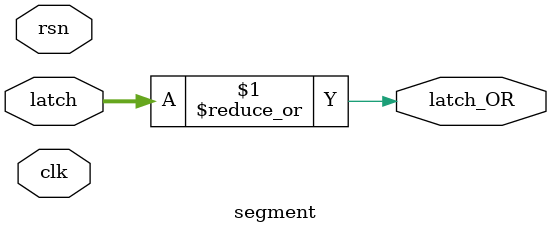
<source format=sv>
`timescale 1ns / 1ps


module segment #(parameter SEG_SIZE = 256)( 
                 input logic [SEG_SIZE-1:0]latch,
                 output logic latch_OR,
                 input logic clk,
                 input logic rsn);

//always_ff @(posedge clk) begin
//     if(rsn == 1'b0) begin
//            latch_OR <= 1'b0;
//            end
//            else begin
//                 latch_OR <= |latch;
//                // assign RS = (latch_OR)? latch : 0;
//                 end
//end


assign latch_OR = |latch;

endmodule

</source>
